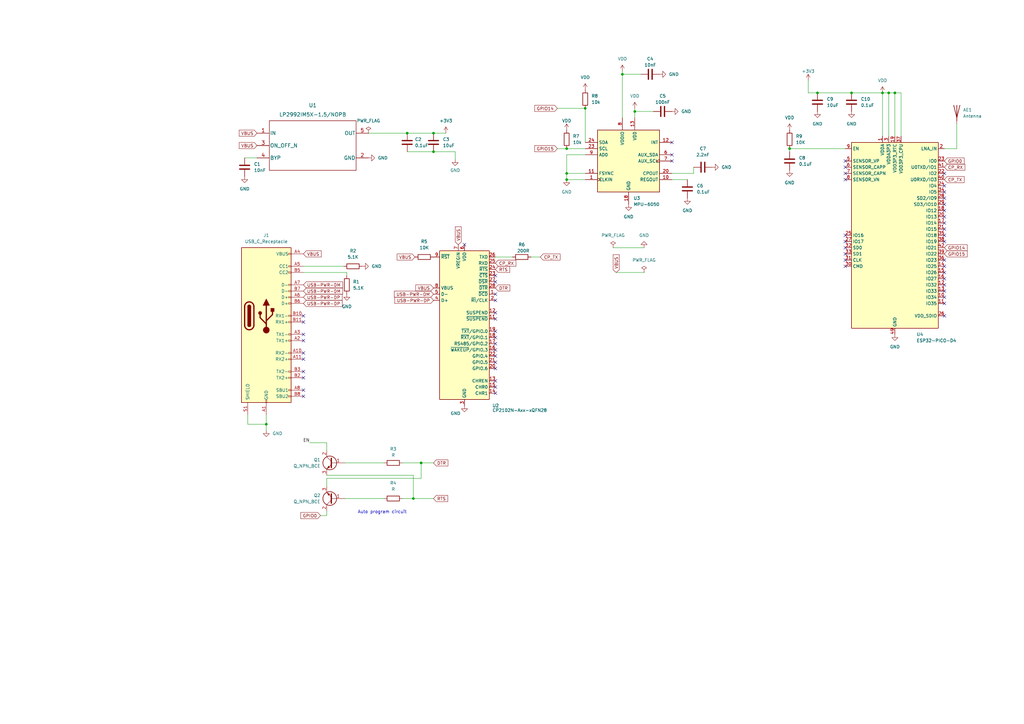
<source format=kicad_sch>
(kicad_sch (version 20211123) (generator eeschema)
  (paper "A3")
  (lib_symbols
    (symbol "Connector:USB_C_Receptacle" (pin_names (offset 1.016))
      (property "Reference" "J" (at -10.16 29.21 0))
      (property "Value" "USB_C_Receptacle" (at 10.16 29.21 0))
      (symbol "USB_C_Receptacle_0_0"
        (rectangle (start -0.254 -35.56) (end 0.254 -34.544))
        (rectangle (start 10.16 -32.766) (end 9.144 -33.274))
        (rectangle (start 10.16 -30.226) (end 9.144 -30.734))
        (rectangle (start 10.16 -25.146) (end 9.144 -25.654))
        (rectangle (start 10.16 -22.606) (end 9.144 -23.114))
        (rectangle (start 10.16 -17.526) (end 9.144 -18.034))
        (rectangle (start 10.16 -14.986) (end 9.144 -15.494))
        (rectangle (start 10.16 -9.906) (end 9.144 -10.414))
        (rectangle (start 10.16 -7.366) (end 9.144 -7.874))
        (rectangle (start 10.16 -2.286) (end 9.144 -2.794))
        (rectangle (start 10.16 0.254) (end 9.144 -0.254))
        (rectangle (start 10.16 5.334) (end 9.144 4.826))
        (rectangle (start 10.16 7.874) (end 9.144 7.366))
        (rectangle (start 10.16 10.414) (end 9.144 9.906))
        (rectangle (start 10.16 12.954) (end 9.144 12.446))
        (rectangle (start 10.16 18.034) (end 9.144 17.526))
        (rectangle (start 10.16 20.574) (end 9.144 20.066))
        (rectangle (start 10.16 25.654) (end 9.144 25.146))
      )
      (symbol "USB_C_Receptacle_0_1"
        (rectangle (start -10.16 27.94) (end 10.16 -35.56) (stroke (width 0.254)) (fill (type background)))
        (arc (start -8.89 -3.81) (mid -6.985 -5.715) (end -5.08 -3.81) (stroke (width 0.508)))
        (arc (start -7.62 -3.81) (mid -6.985 -4.445) (end -6.35 -3.81) (stroke (width 0.254)))
        (arc (start -7.62 -3.81) (mid -6.985 -4.445) (end -6.35 -3.81) (stroke (width 0.254)) (fill (type outline)))
        (rectangle (start -7.62 -3.81) (end -6.35 3.81) (stroke (width 0.254)) (fill (type outline)))
        (arc (start -6.35 3.81) (mid -6.985 4.445) (end -7.62 3.81) (stroke (width 0.254)))
        (arc (start -6.35 3.81) (mid -6.985 4.445) (end -7.62 3.81) (stroke (width 0.254)) (fill (type outline)))
        (arc (start -5.08 3.81) (mid -6.985 5.715) (end -8.89 3.81) (stroke (width 0.508)))
        (polyline (pts (xy -8.89 -3.81) (xy -8.89 3.81)) (stroke (width 0.508)))
        (polyline (pts (xy -5.08 3.81) (xy -5.08 -3.81)) (stroke (width 0.508)))
      )
      (symbol "USB_C_Receptacle_1_1"
        (circle (center -2.54 1.143) (radius 0.635) (stroke (width 0.254)) (fill (type outline)))
        (circle (center 0 -5.842) (radius 1.27) (fill (type outline)))
        (polyline (pts (xy 0 -5.842) (xy 0 4.318)) (stroke (width 0.508)))
        (polyline (pts (xy 0 -3.302) (xy -2.54 -0.762) (xy -2.54 0.508)) (stroke (width 0.508)))
        (polyline (pts (xy 0 -2.032) (xy 2.54 0.508) (xy 2.54 1.778)) (stroke (width 0.508)))
        (polyline (pts (xy -1.27 4.318) (xy 0 6.858) (xy 1.27 4.318) (xy -1.27 4.318)) (stroke (width 0.254)) (fill (type outline)))
        (rectangle (start 1.905 1.778) (end 3.175 3.048) (stroke (width 0.254)) (fill (type outline)))
        (pin passive line (at 0 -40.64 90) (length 5.08) (name "GND") (number "A1"))
        (pin bidirectional line (at 15.24 -15.24 180) (length 5.08) (name "RX2-") (number "A10"))
        (pin bidirectional line (at 15.24 -17.78 180) (length 5.08) (name "RX2+") (number "A11"))
        (pin passive line (at 0 -40.64 90) (length 5.08) hide (name "GND") (number "A12"))
        (pin bidirectional line (at 15.24 -10.16 180) (length 5.08) (name "TX1+") (number "A2"))
        (pin bidirectional line (at 15.24 -7.62 180) (length 5.08) (name "TX1-") (number "A3"))
        (pin passive line (at 15.24 25.4 180) (length 5.08) (name "VBUS") (number "A4"))
        (pin bidirectional line (at 15.24 20.32 180) (length 5.08) (name "CC1") (number "A5"))
        (pin bidirectional line (at 15.24 7.62 180) (length 5.08) (name "D+") (number "A6"))
        (pin bidirectional line (at 15.24 12.7 180) (length 5.08) (name "D-") (number "A7"))
        (pin bidirectional line (at 15.24 -30.48 180) (length 5.08) (name "SBU1") (number "A8"))
        (pin passive line (at 15.24 25.4 180) (length 5.08) hide (name "VBUS") (number "A9"))
        (pin passive line (at 0 -40.64 90) (length 5.08) hide (name "GND") (number "B1"))
        (pin bidirectional line (at 15.24 0 180) (length 5.08) (name "RX1-") (number "B10"))
        (pin bidirectional line (at 15.24 -2.54 180) (length 5.08) (name "RX1+") (number "B11"))
        (pin passive line (at 0 -40.64 90) (length 5.08) hide (name "GND") (number "B12"))
        (pin bidirectional line (at 15.24 -25.4 180) (length 5.08) (name "TX2+") (number "B2"))
        (pin bidirectional line (at 15.24 -22.86 180) (length 5.08) (name "TX2-") (number "B3"))
        (pin passive line (at 15.24 25.4 180) (length 5.08) hide (name "VBUS") (number "B4"))
        (pin bidirectional line (at 15.24 17.78 180) (length 5.08) (name "CC2") (number "B5"))
        (pin bidirectional line (at 15.24 5.08 180) (length 5.08) (name "D+") (number "B6"))
        (pin bidirectional line (at 15.24 10.16 180) (length 5.08) (name "D-") (number "B7"))
        (pin bidirectional line (at 15.24 -33.02 180) (length 5.08) (name "SBU2") (number "B8"))
        (pin passive line (at 15.24 25.4 180) (length 5.08) hide (name "VBUS") (number "B9"))
        (pin passive line (at -7.62 -40.64 90) (length 5.08) (name "SHIELD") (number "S1"))
      )
    )
    (symbol "Device:Antenna" (pin_numbers hide) (pin_names (offset 1.016) hide)
      (property "Reference" "AE" (at -1.905 1.905 0))
      (property "Value" "Antenna" (at -1.905 0 0))
      (symbol "Antenna_0_1"
        (polyline (pts (xy 0 2.54) (xy 0 -3.81)) (stroke (width 0.254)))
        (polyline (pts (xy 1.27 2.54) (xy 0 -2.54) (xy -1.27 2.54)) (stroke (width 0.254)))
      )
      (symbol "Antenna_1_1"
        (pin input line (at 0 -5.08 90) (length 2.54) (name "A") (number "1"))
      )
    )
    (symbol "Device:C" (pin_numbers hide) (pin_names (offset 0.254))
      (property "Reference" "C" (at 0.635 2.54 0))
      (property "Value" "C" (at 0.635 -2.54 0))
      (symbol "C_0_1"
        (polyline (pts (xy -2.032 -0.762) (xy 2.032 -0.762)) (stroke (width 0.508)))
        (polyline (pts (xy -2.032 0.762) (xy 2.032 0.762)) (stroke (width 0.508)))
      )
      (symbol "C_1_1"
        (pin passive line (at 0 3.81 270) (length 2.794) (name "~") (number "1"))
        (pin passive line (at 0 -3.81 90) (length 2.794) (name "~") (number "2"))
      )
    )
    (symbol "Device:Q_NPN_BCE" (pin_names (offset 0) hide)
      (property "Reference" "Q" (at 5.08 1.27 0))
      (property "Value" "Q_NPN_BCE" (at 5.08 -1.27 0))
      (symbol "Q_NPN_BCE_0_1"
        (polyline (pts (xy 0.635 0.635) (xy 2.54 2.54)))
        (polyline (pts (xy 0.635 -0.635) (xy 2.54 -2.54) (xy 2.54 -2.54)))
        (polyline (pts (xy 0.635 1.905) (xy 0.635 -1.905) (xy 0.635 -1.905)) (stroke (width 0.508)))
        (polyline (pts (xy 1.27 -1.778) (xy 1.778 -1.27) (xy 2.286 -2.286) (xy 1.27 -1.778) (xy 1.27 -1.778)) (fill (type outline)))
        (circle (center 1.27 0) (radius 2.8194) (stroke (width 0.254)))
      )
      (symbol "Q_NPN_BCE_1_1"
        (pin input line (at -5.08 0 0) (length 5.715) (name "B") (number "1"))
        (pin passive line (at 2.54 5.08 270) (length 2.54) (name "C") (number "2"))
        (pin passive line (at 2.54 -5.08 90) (length 2.54) (name "E") (number "3"))
      )
    )
    (symbol "Device:R" (pin_numbers hide) (pin_names (offset 0))
      (property "Reference" "R" (at 2.032 0 90))
      (property "Value" "R" (at 0 0 90))
      (symbol "R_0_1"
        (rectangle (start -1.016 -2.54) (end 1.016 2.54) (stroke (width 0.254)))
      )
      (symbol "R_1_1"
        (pin passive line (at 0 3.81 270) (length 1.27) (name "~") (number "1"))
        (pin passive line (at 0 -3.81 90) (length 1.27) (name "~") (number "2"))
      )
    )
    (symbol "Interface_USB:CP2102N-Axx-xQFN28"
      (property "Reference" "U" (at -8.89 31.75 0))
      (property "Value" "CP2102N-Axx-xQFN28" (at 12.7 31.75 0))
      (symbol "CP2102N-Axx-xQFN28_0_1"
        (rectangle (start -10.16 30.48) (end 10.16 -30.48) (stroke (width 0.254)) (fill (type background)))
      )
      (symbol "CP2102N-Axx-xQFN28_1_1"
        (pin input line (at 12.7 12.7 180) (length 2.54) (name "~{DCD}") (number "1"))
        (pin no_connect line (at -10.16 -27.94 0) (length 2.54) hide (name "NC") (number "10"))
        (pin output line (at 12.7 2.54 180) (length 2.54) (name "~{SUSPEND}") (number "11"))
        (pin output line (at 12.7 5.08 180) (length 2.54) (name "SUSPEND") (number "12"))
        (pin output line (at 12.7 -22.86 180) (length 2.54) (name "CHREN") (number "13"))
        (pin output line (at 12.7 -27.94 180) (length 2.54) (name "CHR1") (number "14"))
        (pin output line (at 12.7 -25.4 180) (length 2.54) (name "CHR0") (number "15"))
        (pin bidirectional line (at 12.7 -10.16 180) (length 2.54) (name "~{WAKEUP}/GPIO.3") (number "16"))
        (pin bidirectional line (at 12.7 -7.62 180) (length 2.54) (name "RS485/GPIO.2") (number "17"))
        (pin bidirectional line (at 12.7 -5.08 180) (length 2.54) (name "~{RXT}/GPIO.1") (number "18"))
        (pin bidirectional line (at 12.7 -2.54 180) (length 2.54) (name "~{TXT}/GPIO.0") (number "19"))
        (pin bidirectional line (at 12.7 10.16 180) (length 2.54) (name "~{RI}/CLK") (number "2"))
        (pin bidirectional line (at 12.7 -17.78 180) (length 2.54) (name "GPIO.6") (number "20"))
        (pin bidirectional line (at 12.7 -15.24 180) (length 2.54) (name "GPIO.5") (number "21"))
        (pin bidirectional line (at 12.7 -12.7 180) (length 2.54) (name "GPIO.4") (number "22"))
        (pin input line (at 12.7 20.32 180) (length 2.54) (name "~{CTS}") (number "23"))
        (pin output line (at 12.7 22.86 180) (length 2.54) (name "~{RTS}") (number "24"))
        (pin input line (at 12.7 25.4 180) (length 2.54) (name "RXD") (number "25"))
        (pin output line (at 12.7 27.94 180) (length 2.54) (name "TXD") (number "26"))
        (pin input line (at 12.7 17.78 180) (length 2.54) (name "~{DSR}") (number "27"))
        (pin output line (at 12.7 15.24 180) (length 2.54) (name "~{DTR}") (number "28"))
        (pin passive line (at 0 -33.02 90) (length 2.54) hide (name "GND") (number "29"))
        (pin power_in line (at 0 -33.02 90) (length 2.54) (name "GND") (number "3"))
        (pin bidirectional line (at -12.7 10.16 0) (length 2.54) (name "D+") (number "4"))
        (pin bidirectional line (at -12.7 12.7 0) (length 2.54) (name "D-") (number "5"))
        (pin power_in line (at 0 33.02 270) (length 2.54) (name "VDD") (number "6"))
        (pin power_in line (at -2.54 33.02 270) (length 2.54) (name "VREGIN") (number "7"))
        (pin input line (at -12.7 15.24 0) (length 2.54) (name "VBUS") (number "8"))
        (pin input line (at -12.7 27.94 0) (length 2.54) (name "~{RST}") (number "9"))
      )
    )
    (symbol "Lib:LP2992IM5X-1.5{slash}NOPB" (pin_names (offset 0.254))
      (property "Reference" "U" (at 0 2.54 0))
      (property "Value" "LP2992IM5X-1.5{slash}NOPB" (at 0 0 0))
      (symbol "LP2992IM5X-1.5{slash}NOPB_1_1"
        (polyline (pts (xy -17.78 -10.16) (xy 17.78 -10.16)) (stroke (width 0.2032)))
        (polyline (pts (xy -17.78 10.16) (xy -17.78 -10.16)) (stroke (width 0.2032)))
        (polyline (pts (xy 17.78 -10.16) (xy 17.78 10.16)) (stroke (width 0.2032)))
        (polyline (pts (xy 17.78 10.16) (xy -17.78 10.16)) (stroke (width 0.2032)))
        (pin power_in line (at -22.86 5.08 0) (length 5.08) (name "IN") (number "1"))
        (pin power_in line (at 22.86 -5.08 180) (length 5.08) (name "GND") (number "2"))
        (pin input line (at -22.86 0 0) (length 5.08) (name "ON_OFF_N") (number "3"))
        (pin unspecified line (at -22.86 -5.08 0) (length 5.08) (name "BYP") (number "4"))
        (pin power_in line (at 22.86 5.08 180) (length 5.08) (name "OUT") (number "5"))
      )
    )
    (symbol "RF_Module:ESP32-PICO-D4"
      (property "Reference" "U" (at -17.78 39.37 0))
      (property "Value" "ESP32-PICO-D4" (at 3.81 39.37 0))
      (symbol "ESP32-PICO-D4_0_0"
        (pin power_in line (at -5.08 40.64 270) (length 2.54) (name "VDDA") (number "1"))
        (pin input line (at 20.32 -25.4 180) (length 2.54) (name "IO34") (number "10"))
        (pin input line (at 20.32 -27.94 180) (length 2.54) (name "IO35") (number "11"))
        (pin bidirectional line (at 20.32 -20.32 180) (length 2.54) (name "IO32") (number "12"))
        (pin bidirectional line (at 20.32 -22.86 180) (length 2.54) (name "IO33") (number "13"))
        (pin bidirectional line (at 20.32 -12.7 180) (length 2.54) (name "IO25") (number "14"))
        (pin bidirectional line (at 20.32 -15.24 180) (length 2.54) (name "IO26") (number "15"))
        (pin bidirectional line (at 20.32 -17.78 180) (length 2.54) (name "IO27") (number "16"))
        (pin bidirectional line (at 20.32 5.08 180) (length 2.54) (name "IO14") (number "17"))
        (pin bidirectional line (at 20.32 10.16 180) (length 2.54) (name "IO12") (number "18"))
        (pin power_in line (at 0 40.64 270) (length 2.54) (name "VDD3P3_RTC") (number "19"))
        (pin bidirectional line (at 20.32 35.56 180) (length 2.54) (name "LNA_IN") (number "2"))
        (pin bidirectional line (at 20.32 7.62 180) (length 2.54) (name "IO13") (number "20"))
        (pin bidirectional line (at 20.32 2.54 180) (length 2.54) (name "IO15") (number "21"))
        (pin bidirectional line (at 20.32 25.4 180) (length 2.54) (name "IO2") (number "22"))
        (pin bidirectional line (at 20.32 30.48 180) (length 2.54) (name "IO0") (number "23"))
        (pin bidirectional line (at 20.32 20.32 180) (length 2.54) (name "IO4") (number "24"))
        (pin bidirectional line (at -20.32 0 0) (length 2.54) (name "IO16") (number "25"))
        (pin power_out line (at 20.32 -33.02 180) (length 2.54) (name "VDD_SDIO") (number "26"))
        (pin bidirectional line (at -20.32 -2.54 0) (length 2.54) (name "IO17") (number "27"))
        (pin bidirectional line (at 20.32 15.24 180) (length 2.54) (name "SD2/IO9") (number "28"))
        (pin bidirectional line (at 20.32 12.7 180) (length 2.54) (name "SD3/IO10") (number "29"))
        (pin power_in line (at -2.54 40.64 270) (length 2.54) (name "VDDA3P3") (number "3"))
        (pin bidirectional line (at -20.32 -12.7 0) (length 2.54) (name "CMD") (number "30"))
        (pin bidirectional line (at -20.32 -10.16 0) (length 2.54) (name "CLK") (number "31"))
        (pin bidirectional line (at -20.32 -5.08 0) (length 2.54) (name "SD0") (number "32"))
        (pin bidirectional line (at -20.32 -7.62 0) (length 2.54) (name "SD1") (number "33"))
        (pin bidirectional line (at 20.32 17.78 180) (length 2.54) (name "IO5") (number "34"))
        (pin bidirectional line (at 20.32 0 180) (length 2.54) (name "IO18") (number "35"))
        (pin bidirectional line (at 20.32 -10.16 180) (length 2.54) (name "IO23") (number "36"))
        (pin power_in line (at 2.54 40.64 270) (length 2.54) (name "VDD3P3_CPU") (number "37"))
        (pin bidirectional line (at 20.32 -2.54 180) (length 2.54) (name "IO19") (number "38"))
        (pin bidirectional line (at 20.32 -7.62 180) (length 2.54) (name "IO22") (number "39"))
        (pin passive line (at -2.54 40.64 270) (length 2.54) hide (name "VDDA3P3") (number "4"))
        (pin bidirectional line (at 20.32 22.86 180) (length 2.54) (name "U0RXD/IO3") (number "40"))
        (pin bidirectional line (at 20.32 27.94 180) (length 2.54) (name "U0TXD/IO1") (number "41"))
        (pin bidirectional line (at 20.32 -5.08 180) (length 2.54) (name "IO21") (number "42"))
        (pin passive line (at -5.08 40.64 270) (length 2.54) hide (name "VDDA") (number "43"))
        (pin no_connect line (at -17.78 -25.4 0) (length 2.54) hide (name "XTAL_N_NC") (number "44"))
        (pin no_connect line (at -17.78 -27.94 0) (length 2.54) hide (name "XTAL_P_NC") (number "45"))
        (pin passive line (at -5.08 40.64 270) (length 2.54) hide (name "VDDA") (number "46"))
        (pin no_connect line (at -17.78 -30.48 0) (length 2.54) hide (name "CAP2_NC") (number "47"))
        (pin no_connect line (at -17.78 -33.02 0) (length 2.54) hide (name "CAP1_NC") (number "48"))
        (pin power_in line (at 0 -40.64 90) (length 2.54) (name "GND") (number "49"))
        (pin input line (at -20.32 30.48 0) (length 2.54) (name "SENSOR_VP") (number "5"))
        (pin input line (at -20.32 27.94 0) (length 2.54) (name "SENSOR_CAPP") (number "6"))
        (pin input line (at -20.32 25.4 0) (length 2.54) (name "SENSOR_CAPN") (number "7"))
        (pin input line (at -20.32 22.86 0) (length 2.54) (name "SENSOR_VN") (number "8"))
        (pin input line (at -20.32 35.56 0) (length 2.54) (name "EN") (number "9"))
      )
      (symbol "ESP32-PICO-D4_0_1"
        (rectangle (start -17.78 38.1) (end 17.78 -38.1) (stroke (width 0.254)) (fill (type background)))
      )
    )
    (symbol "Sensor_Motion:MPU-6050"
      (property "Reference" "U" (at -11.43 13.97 0))
      (property "Value" "MPU-6050" (at 7.62 -13.97 0))
      (symbol "MPU-6050_0_1"
        (rectangle (start -12.7 12.7) (end 12.7 -12.7) (stroke (width 0.254)) (fill (type background)))
      )
      (symbol "MPU-6050_1_1"
        (pin input clock (at -17.78 -7.62 0) (length 5.08) (name "CLKIN") (number "1"))
        (pin passive line (at 17.78 -7.62 180) (length 5.08) (name "REGOUT") (number "10"))
        (pin input line (at -17.78 -5.08 0) (length 5.08) (name "FSYNC") (number "11"))
        (pin output line (at 17.78 7.62 180) (length 5.08) (name "INT") (number "12"))
        (pin power_in line (at 2.54 17.78 270) (length 5.08) (name "VDD") (number "13"))
        (pin power_in line (at 0 -17.78 90) (length 5.08) (name "GND") (number "18"))
        (pin passive line (at 17.78 -5.08 180) (length 5.08) (name "CPOUT") (number "20"))
        (pin input line (at -17.78 5.08 0) (length 5.08) (name "SCL") (number "23"))
        (pin bidirectional line (at -17.78 7.62 0) (length 5.08) (name "SDA") (number "24"))
        (pin bidirectional line (at 17.78 2.54 180) (length 5.08) (name "AUX_SDA") (number "6"))
        (pin output clock (at 17.78 0 180) (length 5.08) (name "AUX_SCL") (number "7"))
        (pin power_in line (at -2.54 17.78 270) (length 5.08) (name "VDDIO") (number "8"))
        (pin input line (at -17.78 2.54 0) (length 5.08) (name "AD0") (number "9"))
      )
    )
    (symbol "power:+3V3" (power) (pin_names (offset 0))
      (property "Value" "+3V3" (at 0 3.556 0))
      (symbol "+3V3_0_1"
        (polyline (pts (xy -0.762 1.27) (xy 0 2.54)))
        (polyline (pts (xy 0 0) (xy 0 2.54)))
        (polyline (pts (xy 0 2.54) (xy 0.762 1.27)))
      )
      (symbol "+3V3_1_1"
        (pin power_in line (at 0 0 90) (length 0) hide (name "+3V3") (number "1"))
      )
    )
    (symbol "power:GND" (power) (pin_names (offset 0))
      (property "Value" "GND" (at 0 -3.81 0))
      (symbol "GND_0_1"
        (polyline (pts (xy 0 0) (xy 0 -1.27) (xy 1.27 -1.27) (xy 0 -2.54) (xy -1.27 -1.27) (xy 0 -1.27)))
      )
      (symbol "GND_1_1"
        (pin power_in line (at 0 0 270) (length 0) hide (name "GND") (number "1"))
      )
    )
    (symbol "power:PWR_FLAG" (power) (pin_numbers hide) (pin_names (offset 0) hide)
      (property "Value" "PWR_FLAG" (at 0 3.81 0))
      (symbol "PWR_FLAG_0_0"
        (pin power_out line (at 0 0 90) (length 0) (name "pwr") (number "1"))
      )
      (symbol "PWR_FLAG_0_1"
        (polyline (pts (xy 0 0) (xy 0 1.27) (xy -1.016 1.905) (xy 0 2.54) (xy 1.016 1.905) (xy 0 1.27)))
      )
    )
    (symbol "power:VDD" (power) (pin_names (offset 0))
      (property "Value" "VDD" (at 0 3.81 0))
      (symbol "VDD_0_1"
        (polyline (pts (xy -0.762 1.27) (xy 0 2.54)))
        (polyline (pts (xy 0 0) (xy 0 2.54)))
        (polyline (pts (xy 0 2.54) (xy 0.762 1.27)))
      )
      (symbol "VDD_1_1"
        (pin power_in line (at 0 0 90) (length 0) hide (name "VDD") (number "1"))
      )
    )
  )
  (junction (at 169.545 204.47))
  (junction (at 255.27 30.48))
  (junction (at 232.41 71.12))
  (junction (at 364.49 38.1))
  (junction (at 167.005 54.61))
  (junction (at 323.85 60.96))
  (junction (at 172.72 189.865))
  (junction (at 232.41 60.96))
  (junction (at 361.95 38.1))
  (junction (at 335.28 38.1))
  (junction (at 177.8 54.61))
  (junction (at 367.03 38.1))
  (junction (at 260.35 45.72))
  (junction (at 177.8 62.23))
  (junction (at 109.22 173.99))
  (junction (at 240.03 44.45))
  (junction (at 232.41 73.66))
  (junction (at 349.25 38.1))
  (no_connect (at 124.46 152.4))
  (no_connect (at 124.46 154.94))
  (no_connect (at 124.46 160.02))
  (no_connect (at 124.46 162.56))
  (no_connect (at 124.46 129.54))
  (no_connect (at 124.46 132.08))
  (no_connect (at 124.46 137.16))
  (no_connect (at 124.46 139.7))
  (no_connect (at 124.46 144.78))
  (no_connect (at 124.46 147.32))
  (no_connect (at 203.2 115.57))
  (no_connect (at 203.2 113.03))
  (no_connect (at 203.2 140.97))
  (no_connect (at 203.2 143.51))
  (no_connect (at 203.2 151.13))
  (no_connect (at 203.2 148.59))
  (no_connect (at 203.2 146.05))
  (no_connect (at 203.2 156.21))
  (no_connect (at 203.2 161.29))
  (no_connect (at 203.2 158.75))
  (no_connect (at 203.2 135.89))
  (no_connect (at 203.2 138.43))
  (no_connect (at 203.2 123.19))
  (no_connect (at 203.2 120.65))
  (no_connect (at 203.2 128.27))
  (no_connect (at 203.2 130.81))
  (no_connect (at 387.35 78.74))
  (no_connect (at 387.35 119.38))
  (no_connect (at 346.71 68.58))
  (no_connect (at 346.71 71.12))
  (no_connect (at 346.71 73.66))
  (no_connect (at 346.71 66.04))
  (no_connect (at 387.35 124.46))
  (no_connect (at 346.71 99.06))
  (no_connect (at 346.71 96.52))
  (no_connect (at 387.35 96.52))
  (no_connect (at 275.59 66.04))
  (no_connect (at 275.59 63.5))
  (no_connect (at 387.35 83.82))
  (no_connect (at 387.35 114.3))
  (no_connect (at 387.35 116.84))
  (no_connect (at 387.35 121.92))
  (no_connect (at 346.71 101.6))
  (no_connect (at 346.71 104.14))
  (no_connect (at 346.71 106.68))
  (no_connect (at 346.71 109.22))
  (no_connect (at 387.35 86.36))
  (no_connect (at 387.35 99.06))
  (no_connect (at 387.35 106.68))
  (no_connect (at 387.35 111.76))
  (no_connect (at 387.35 109.22))
  (no_connect (at 387.35 91.44))
  (no_connect (at 387.35 71.12))
  (no_connect (at 387.35 76.2))
  (no_connect (at 190.5 100.33))
  (no_connect (at 275.59 58.42))
  (no_connect (at 387.35 88.9))
  (no_connect (at 387.35 93.98))
  (no_connect (at 387.35 81.28))
  (no_connect (at 387.35 129.54))
  (wire (pts (xy 275.59 73.66) (xy 281.94 73.66)))
  (wire (pts (xy 169.545 204.47) (xy 177.8 204.47)))
  (wire (pts (xy 228.6 60.96) (xy 232.41 60.96)))
  (wire (pts (xy 367.03 38.1) (xy 367.03 55.88)))
  (wire (pts (xy 240.03 63.5) (xy 232.41 63.5)))
  (wire (pts (xy 101.6 170.18) (xy 101.6 173.99)))
  (wire (pts (xy 133.985 181.61) (xy 133.985 184.785)))
  (wire (pts (xy 217.805 105.41) (xy 221.615 105.41)))
  (wire (pts (xy 169.545 194.945) (xy 169.545 204.47)))
  (wire (pts (xy 323.85 60.96) (xy 346.71 60.96)))
  (wire (pts (xy 172.72 196.215) (xy 172.72 189.865)))
  (wire (pts (xy 186.69 62.23) (xy 186.69 65.405)))
  (wire (pts (xy 232.41 60.96) (xy 240.03 60.96)))
  (wire (pts (xy 255.27 30.48) (xy 255.27 48.26)))
  (wire (pts (xy 364.49 38.1) (xy 364.49 55.88)))
  (wire (pts (xy 275.59 71.12) (xy 284.48 71.12)))
  (wire (pts (xy 364.49 38.1) (xy 367.03 38.1)))
  (wire (pts (xy 141.605 189.865) (xy 157.48 189.865)))
  (wire (pts (xy 109.22 173.99) (xy 109.22 176.53)))
  (wire (pts (xy 260.35 45.72) (xy 267.97 45.72)))
  (wire (pts (xy 177.8 54.61) (xy 182.88 54.61)))
  (wire (pts (xy 131.445 211.455) (xy 133.985 211.455)))
  (wire (pts (xy 127 181.61) (xy 133.985 181.61)))
  (wire (pts (xy 252.73 111.76) (xy 264.16 111.76)))
  (wire (pts (xy 165.1 189.865) (xy 172.72 189.865)))
  (wire (pts (xy 323.85 60.96) (xy 323.85 62.23)))
  (wire (pts (xy 142.24 111.76) (xy 142.24 113.03)))
  (wire (pts (xy 133.985 199.39) (xy 133.985 196.215)))
  (wire (pts (xy 251.46 101.6) (xy 264.16 101.6)))
  (wire (pts (xy 232.41 63.5) (xy 232.41 71.12)))
  (wire (pts (xy 232.41 71.12) (xy 240.03 71.12)))
  (wire (pts (xy 124.46 109.22) (xy 140.97 109.22)))
  (wire (pts (xy 133.985 194.945) (xy 169.545 194.945)))
  (wire (pts (xy 165.1 204.47) (xy 169.545 204.47)))
  (wire (pts (xy 392.43 60.96) (xy 387.35 60.96)))
  (wire (pts (xy 109.22 170.18) (xy 109.22 173.99)))
  (wire (pts (xy 133.985 211.455) (xy 133.985 209.55)))
  (wire (pts (xy 141.605 204.47) (xy 157.48 204.47)))
  (wire (pts (xy 369.57 38.1) (xy 367.03 38.1)))
  (wire (pts (xy 260.35 44.45) (xy 260.35 45.72)))
  (wire (pts (xy 240.03 44.45) (xy 240.03 58.42)))
  (wire (pts (xy 361.95 38.1) (xy 361.95 55.88)))
  (wire (pts (xy 232.41 73.66) (xy 240.03 73.66)))
  (wire (pts (xy 172.72 189.865) (xy 177.8 189.865)))
  (wire (pts (xy 392.43 50.8) (xy 392.43 60.96)))
  (wire (pts (xy 255.27 29.21) (xy 255.27 30.48)))
  (wire (pts (xy 133.985 196.215) (xy 172.72 196.215)))
  (wire (pts (xy 100.33 64.77) (xy 105.41 64.77)))
  (wire (pts (xy 361.95 38.1) (xy 364.49 38.1)))
  (wire (pts (xy 124.46 111.76) (xy 142.24 111.76)))
  (wire (pts (xy 349.25 38.1) (xy 361.95 38.1)))
  (wire (pts (xy 255.27 30.48) (xy 262.89 30.48)))
  (wire (pts (xy 151.13 54.61) (xy 167.005 54.61)))
  (wire (pts (xy 331.47 38.1) (xy 335.28 38.1)))
  (wire (pts (xy 177.8 62.23) (xy 186.69 62.23)))
  (wire (pts (xy 101.6 173.99) (xy 109.22 173.99)))
  (wire (pts (xy 369.57 55.88) (xy 369.57 38.1)))
  (wire (pts (xy 167.005 54.61) (xy 177.8 54.61)))
  (wire (pts (xy 335.28 38.1) (xy 349.25 38.1)))
  (wire (pts (xy 228.6 44.45) (xy 240.03 44.45)))
  (wire (pts (xy 167.005 62.23) (xy 177.8 62.23)))
  (wire (pts (xy 331.47 33.02) (xy 331.47 38.1)))
  (wire (pts (xy 260.35 45.72) (xy 260.35 48.26)))
  (wire (pts (xy 203.2 105.41) (xy 210.185 105.41)))
  (wire (pts (xy 284.48 71.12) (xy 284.48 68.58)))
  (wire (pts (xy 232.41 71.12) (xy 232.41 73.66)))
  (text "Auto program circuit" (at 146.685 210.82 0) (effects (font (size 1.27 1.27)) (justify left bottom)))
  (label "EN" (at 127 181.61 180))
  (global_label "DTR" (shape input) (at 177.8 189.865 0) (property "Intersheet References" "${INTERSHEET_REFS}" (effects hide)))
  (global_label "USB-PWR-DM" (shape input) (at 124.46 119.38 0) (property "Intersheet References" "${INTERSHEET_REFS}" (effects hide)))
  (global_label "VBUS" (shape input) (at 124.46 104.14 0) (property "Intersheet References" "${INTERSHEET_REFS}" (effects hide)))
  (global_label "VBUS" (shape input) (at 177.8 118.11 180) (property "Intersheet References" "${INTERSHEET_REFS}" (effects hide)))
  (global_label "USB-PWR-DP" (shape input) (at 177.8 123.19 180) (property "Intersheet References" "${INTERSHEET_REFS}" (effects hide)))
  (global_label "CP_RX" (shape input) (at 387.35 68.58 0) (property "Intersheet References" "${INTERSHEET_REFS}" (effects hide)))
  (global_label "CP_RX" (shape input) (at 203.2 107.95 0) (property "Intersheet References" "${INTERSHEET_REFS}" (effects hide)))
  (global_label "DTR" (shape input) (at 203.2 118.11 0) (property "Intersheet References" "${INTERSHEET_REFS}" (effects hide)))
  (global_label "USB-PWR-DM" (shape input) (at 177.8 120.65 180) (property "Intersheet References" "${INTERSHEET_REFS}" (effects hide)))
  (global_label "VBUS" (shape input) (at 187.96 100.33 90) (property "Intersheet References" "${INTERSHEET_REFS}" (effects hide)))
  (global_label "GPIO14" (shape input) (at 228.6 44.45 180) (property "Intersheet References" "${INTERSHEET_REFS}" (effects hide)))
  (global_label "CP_TX" (shape input) (at 387.35 73.66 0) (property "Intersheet References" "${INTERSHEET_REFS}" (effects hide)))
  (global_label "RTS" (shape input) (at 177.8 204.47 0) (property "Intersheet References" "${INTERSHEET_REFS}" (effects hide)))
  (global_label "VBUS" (shape input) (at 105.41 59.69 180) (property "Intersheet References" "${INTERSHEET_REFS}" (effects hide)))
  (global_label "VBUS" (shape input) (at 252.73 111.76 90) (property "Intersheet References" "${INTERSHEET_REFS}" (effects hide)))
  (global_label "USB-PWR-DM" (shape input) (at 124.46 116.84 0) (property "Intersheet References" "${INTERSHEET_REFS}" (effects hide)))
  (global_label "GPIO15" (shape input) (at 228.6 60.96 180) (property "Intersheet References" "${INTERSHEET_REFS}" (effects hide)))
  (global_label "USB-PWR-DP" (shape input) (at 124.46 124.46 0) (property "Intersheet References" "${INTERSHEET_REFS}" (effects hide)))
  (global_label "USB-PWR-DP" (shape input) (at 124.46 121.92 0) (property "Intersheet References" "${INTERSHEET_REFS}" (effects hide)))
  (global_label "RTS" (shape input) (at 203.2 110.49 0) (property "Intersheet References" "${INTERSHEET_REFS}" (effects hide)))
  (global_label "GPIO15" (shape input) (at 387.35 104.14 0) (property "Intersheet References" "${INTERSHEET_REFS}" (effects hide)))
  (global_label "GPIO14" (shape input) (at 387.35 101.6 0) (property "Intersheet References" "${INTERSHEET_REFS}" (effects hide)))
  (global_label "GPIO0" (shape input) (at 131.445 211.455 180) (property "Intersheet References" "${INTERSHEET_REFS}" (effects hide)))
  (global_label "CP_TX" (shape input) (at 221.615 105.41 0) (property "Intersheet References" "${INTERSHEET_REFS}" (effects hide)))
  (global_label "GPIO0" (shape input) (at 387.35 66.04 0) (property "Intersheet References" "${INTERSHEET_REFS}" (effects hide)))
  (global_label "VBUS" (shape input) (at 105.41 54.61 180) (property "Intersheet References" "${INTERSHEET_REFS}" (effects hide)))
  (global_label "VBUS" (shape input) (at 170.18 105.41 180) (property "Intersheet References" "${INTERSHEET_REFS}" (effects hide)))
  (symbol (lib_id "Device:R") (at 323.85 57.15 0) (unit 1)
    (property "Reference" "R9" (at 326.39 55.8799 0) (effects (justify left)))
    (property "Value" "10K" (at 326.39 58.4199 0) (effects (justify left)))
  )
  (symbol (lib_id "power:GND") (at 292.1 68.58 90) (unit 1)
    (property "Reference" "#PWR018" (effects hide))
    (property "Value" "GND" (at 295.91 68.5799 90) (effects (justify right)))
  )
  (symbol (lib_id "power:GND") (at 367.03 137.16 0) (unit 1)
    (property "Reference" "#PWR025" (effects hide))
    (property "Value" "GND" (at 367.03 142.24 0))
  )
  (symbol (lib_id "power:GND") (at 323.85 69.85 0) (unit 1)
    (property "Reference" "#PWR020" (effects hide))
    (property "Value" "GND" (at 323.85 74.93 0))
  )
  (symbol (lib_id "power:VDD") (at 255.27 29.21 0) (unit 1)
    (property "Reference" "#PWR012" (effects hide))
    (property "Value" "VDD" (at 255.27 24.13 0))
  )
  (symbol (lib_id "power:+3V3") (at 331.47 33.02 0) (unit 1)
    (property "Reference" "#PWR021" (effects hide))
    (property "Value" "+3V3" (at 331.47 29.21 0))
  )
  (symbol (lib_id "power:GND") (at 190.5 166.37 0) (unit 1)
    (property "Reference" "#PWR08" (effects hide))
    (property "Value" "GND" (at 184.785 169.545 0) (effects (justify left)))
  )
  (symbol (lib_id "Device:R") (at 142.24 116.84 0) (unit 1)
    (property "Reference" "R1" (at 144.78 115.5699 0) (effects (justify left)))
    (property "Value" "5.1K" (at 144.78 118.1099 0) (effects (justify left)))
  )
  (symbol (lib_id "Device:C") (at 266.7 30.48 270) (unit 1)
    (property "Reference" "C4" (at 266.7 24.13 90))
    (property "Value" "10nF" (at 266.7 26.67 90))
  )
  (symbol (lib_id "power:PWR_FLAG") (at 264.16 111.76 0) (unit 1)
    (property "Reference" "#FLG0103" (effects hide))
    (property "Value" "PWR_FLAG" (at 264.16 106.68 0))
  )
  (symbol (lib_id "Device:Antenna") (at 392.43 45.72 0) (unit 1)
    (property "Reference" "AE1" (at 394.97 45.0849 0) (effects (justify left)))
    (property "Value" "Antenna" (at 394.97 47.6249 0) (effects (justify left)))
  )
  (symbol (lib_id "power:GND") (at 270.51 30.48 90) (unit 1)
    (property "Reference" "#PWR015" (effects hide))
    (property "Value" "GND" (at 274.32 30.4799 90) (effects (justify right)))
  )
  (symbol (lib_id "power:GND") (at 109.22 176.53 0) (unit 1)
    (property "Reference" "#PWR02" (effects hide))
    (property "Value" "GND" (at 111.76 177.7999 0) (effects (justify left)))
  )
  (symbol (lib_id "Device:R") (at 161.29 204.47 270) (unit 1)
    (property "Reference" "R4" (at 161.29 198.12 90))
    (property "Value" "R" (at 161.29 200.66 90))
  )
  (symbol (lib_id "Device:R") (at 240.03 40.64 0) (unit 1)
    (property "Reference" "R8" (at 242.57 39.3699 0) (effects (justify left)))
    (property "Value" "10k" (at 242.57 41.9099 0) (effects (justify left)))
  )
  (symbol (lib_id "power:GND") (at 151.13 64.77 90) (unit 1)
    (property "Reference" "#PWR05" (effects hide))
    (property "Value" "GND" (at 154.94 64.7699 90) (effects (justify right)))
  )
  (symbol (lib_id "power:GND") (at 148.59 109.22 90) (unit 1)
    (property "Reference" "#PWR04" (effects hide))
    (property "Value" "GND" (at 152.4 109.2199 90) (effects (justify right)))
  )
  (symbol (lib_id "Device:C") (at 323.85 66.04 0) (unit 1)
    (property "Reference" "C8" (at 327.66 64.7699 0) (effects (justify left)))
    (property "Value" "0.1uF" (at 327.66 67.3099 0) (effects (justify left)))
  )
  (symbol (lib_id "power:GND") (at 186.69 65.405 0) (unit 1)
    (property "Reference" "#PWR07" (effects hide))
    (property "Value" "GND" (at 186.69 69.85 0))
  )
  (symbol (lib_id "power:GND") (at 100.33 72.39 0) (unit 1)
    (property "Reference" "#PWR01" (effects hide))
    (property "Value" "GND" (at 100.33 77.47 0))
  )
  (symbol (lib_id "power:GND") (at 232.41 73.66 0) (unit 1)
    (property "Reference" "#PWR010" (effects hide))
    (property "Value" "GND" (at 232.41 78.74 0))
  )
  (symbol (lib_id "Device:C") (at 100.33 68.58 180) (unit 1)
    (property "Reference" "C1" (at 104.14 67.3099 0) (effects (justify right)))
    (property "Value" "10nF" (at 104.14 69.8499 0) (effects (justify right)))
  )
  (symbol (lib_id "Interface_USB:CP2102N-Axx-xQFN28") (at 190.5 133.35 0) (unit 1)
    (property "Reference" "U2" (at 201.93 166.37 0) (effects (justify left)))
    (property "Value" "CP2102N-Axx-xQFN28" (at 201.93 168.275 0) (effects (justify left)))
    (property "Footprint" "Package_DFN_QFN:QFN-28-1EP_5x5mm_P0.5mm_EP3.35x3.35mm" (effects hide))
    (property "Datasheet" "https://www.silabs.com/documents/public/data-sheets/cp2102n-datasheet.pdf" (effects hide))
  )
  (symbol (lib_id "power:GND") (at 335.28 45.72 0) (unit 1)
    (property "Reference" "#PWR022" (effects hide))
    (property "Value" "GND" (at 335.28 50.8 0))
  )
  (symbol (lib_id "power:+3V3") (at 182.88 54.61 0) (unit 1)
    (property "Reference" "#PWR06" (effects hide))
    (property "Value" "+3V3" (at 182.88 49.53 0))
  )
  (symbol (lib_id "Device:Q_NPN_BCE") (at 136.525 204.47 180) (unit 1)
    (property "Reference" "Q2" (at 131.445 203.1999 0) (effects (justify left)))
    (property "Value" "Q_NPN_BCE" (at 131.445 205.7399 0) (effects (justify left)))
  )
  (symbol (lib_id "Device:C") (at 167.005 58.42 0) (unit 1)
    (property "Reference" "C2" (at 170.18 57.1499 0) (effects (justify left)))
    (property "Value" "0.1uF" (at 170.18 59.6899 0) (effects (justify left)))
  )
  (symbol (lib_id "Device:C") (at 177.8 58.42 0) (unit 1)
    (property "Reference" "C3" (at 181.61 57.1499 0) (effects (justify left)))
    (property "Value" "10uF" (at 181.61 59.6899 0) (effects (justify left)))
  )
  (symbol (lib_id "Device:R") (at 213.995 105.41 90) (unit 1)
    (property "Reference" "R6" (at 213.995 100.33 90))
    (property "Value" "200R" (at 214.63 102.87 90))
  )
  (symbol (lib_id "RF_Module:ESP32-PICO-D4") (at 367.03 96.52 0) (unit 1)
    (property "Reference" "U4" (at 375.92 137.16 0) (effects (justify left)))
    (property "Value" "ESP32-PICO-D4" (at 375.92 139.7 0) (effects (justify left)))
    (property "Footprint" "Package_DFN_QFN:QFN-48-1EP_7x7mm_P0.5mm_EP5.3x5.3mm" (effects hide))
    (property "Datasheet" "https://www.espressif.com/sites/default/files/documentation/esp32-pico-d4_datasheet_en.pdf" (effects hide))
  )
  (symbol (lib_id "Lib:LP2992IM5X-1.5{slash}NOPB") (at 128.27 59.69 0) (unit 1)
    (property "Reference" "U1" (at 128.27 43.18 0) (effects (font (size 1.524 1.524))))
    (property "Value" "LP2992IM5X-1.5/NOPB" (at 128.27 46.99 0) (effects (font (size 1.524 1.524))))
    (property "Footprint" "DBV0005A_N" (effects hide))
  )
  (symbol (lib_id "power:VDD") (at 361.95 38.1 0) (unit 1)
    (property "Reference" "#PWR024" (effects hide))
    (property "Value" "VDD" (at 361.95 33.02 0))
  )
  (symbol (lib_id "Device:C") (at 271.78 45.72 270) (unit 1)
    (property "Reference" "C5" (at 271.78 39.37 90))
    (property "Value" "100nF" (at 271.78 41.91 90))
  )
  (symbol (lib_id "Device:C") (at 335.28 41.91 0) (unit 1)
    (property "Reference" "C9" (at 339.09 40.6399 0) (effects (justify left)))
    (property "Value" "10uF" (at 339.09 43.1799 0) (effects (justify left)))
  )
  (symbol (lib_id "Device:R") (at 161.29 189.865 270) (unit 1)
    (property "Reference" "R3" (at 161.29 184.15 90))
    (property "Value" "R" (at 161.29 186.69 90))
  )
  (symbol (lib_id "power:GND") (at 264.16 101.6 180) (unit 1)
    (property "Reference" "#PWR0102" (effects hide))
    (property "Value" "GND" (at 264.16 96.52 0))
  )
  (symbol (lib_id "power:PWR_FLAG") (at 251.46 101.6 0) (unit 1)
    (property "Reference" "#FLG0102" (effects hide))
    (property "Value" "PWR_FLAG" (at 251.46 96.52 0))
  )
  (symbol (lib_id "power:PWR_FLAG") (at 151.13 54.61 0) (unit 1)
    (property "Reference" "#FLG0101" (effects hide))
    (property "Value" "PWR_FLAG" (at 151.13 49.53 0))
  )
  (symbol (lib_id "power:VDD") (at 240.03 36.83 0) (unit 1)
    (property "Reference" "#PWR011" (effects hide))
    (property "Value" "VDD" (at 240.03 31.75 0))
  )
  (symbol (lib_id "power:VDD") (at 232.41 53.34 0) (unit 1)
    (property "Reference" "#PWR09" (effects hide))
    (property "Value" "VDD" (at 232.41 49.53 0))
  )
  (symbol (lib_id "Connector:USB_C_Receptacle") (at 109.22 129.54 0) (unit 1)
    (property "Reference" "J1" (at 109.22 96.52 0))
    (property "Value" "USB_C_Receptacle" (at 109.22 99.06 0))
    (property "Datasheet" "https://www.usb.org/sites/default/files/documents/usb_type-c.zip" (effects hide))
  )
  (symbol (lib_id "power:GND") (at 275.59 45.72 90) (unit 1)
    (property "Reference" "#PWR016" (effects hide))
    (property "Value" "GND" (at 279.4 45.7199 90) (effects (justify right)))
  )
  (symbol (lib_id "Device:R") (at 144.78 109.22 90) (unit 1)
    (property "Reference" "R2" (at 144.78 102.87 90))
    (property "Value" "5.1K" (at 144.78 105.41 90))
  )
  (symbol (lib_id "Device:Q_NPN_BCE") (at 136.525 189.865 0) (mirror y) (unit 1)
    (property "Reference" "Q1" (at 131.445 188.5949 0) (effects (justify left)))
    (property "Value" "Q_NPN_BCE" (at 131.445 191.1349 0) (effects (justify left)))
  )
  (symbol (lib_id "Device:R") (at 232.41 57.15 0) (unit 1)
    (property "Reference" "R7" (at 234.95 55.8799 0) (effects (justify left)))
    (property "Value" "10k" (at 234.95 58.4199 0) (effects (justify left)))
  )
  (symbol (lib_id "Device:C") (at 349.25 41.91 0) (unit 1)
    (property "Reference" "C10" (at 353.06 40.6399 0) (effects (justify left)))
    (property "Value" "0.1uF" (at 353.06 43.1799 0) (effects (justify left)))
  )
  (symbol (lib_id "Sensor_Motion:MPU-6050") (at 257.81 66.04 0) (unit 1)
    (property "Reference" "U3" (at 259.8294 81.28 0) (effects (justify left)))
    (property "Value" "MPU-6050" (at 259.8294 83.82 0) (effects (justify left)))
    (property "Footprint" "Sensor_Motion:InvenSense_QFN-24_4x4mm_P0.5mm" (effects hide))
    (property "Datasheet" "https://store.invensense.com/datasheets/invensense/MPU-6050_DataSheet_V3%204.pdf" (effects hide))
  )
  (symbol (lib_id "power:VDD") (at 260.35 44.45 0) (unit 1)
    (property "Reference" "#PWR014" (effects hide))
    (property "Value" "VDD" (at 260.35 39.37 0))
  )
  (symbol (lib_id "Device:C") (at 281.94 77.47 0) (unit 1)
    (property "Reference" "C6" (at 285.75 76.1999 0) (effects (justify left)))
    (property "Value" "0.1uF" (at 285.75 78.7399 0) (effects (justify left)))
  )
  (symbol (lib_id "Device:C") (at 288.29 68.58 270) (unit 1)
    (property "Reference" "C7" (at 288.29 60.96 90))
    (property "Value" "2.2nF" (at 288.29 63.5 90))
  )
  (symbol (lib_id "power:GND") (at 257.81 83.82 0) (unit 1)
    (property "Reference" "#PWR0101" (effects hide))
    (property "Value" "GND" (at 257.81 88.9 0))
  )
  (symbol (lib_id "power:GND") (at 142.24 120.65 0) (unit 1)
    (property "Reference" "#PWR03" (effects hide))
    (property "Value" "GND" (at 142.24 125.73 0))
  )
  (symbol (lib_id "power:GND") (at 349.25 45.72 0) (unit 1)
    (property "Reference" "#PWR023" (effects hide))
    (property "Value" "GND" (at 349.25 50.8 0))
  )
  (symbol (lib_id "Device:R") (at 173.99 105.41 270) (unit 1)
    (property "Reference" "R5" (at 173.99 99.06 90))
    (property "Value" "10K" (at 173.99 101.6 90))
  )
  (symbol (lib_id "power:GND") (at 281.94 81.28 0) (unit 1)
    (property "Reference" "#PWR017" (effects hide))
    (property "Value" "GND" (at 281.94 86.36 0))
  )
  (symbol (lib_id "power:VDD") (at 323.85 53.34 0) (unit 1)
    (property "Reference" "#PWR019" (effects hide))
    (property "Value" "VDD" (at 323.85 48.26 0))
  )
)
</source>
